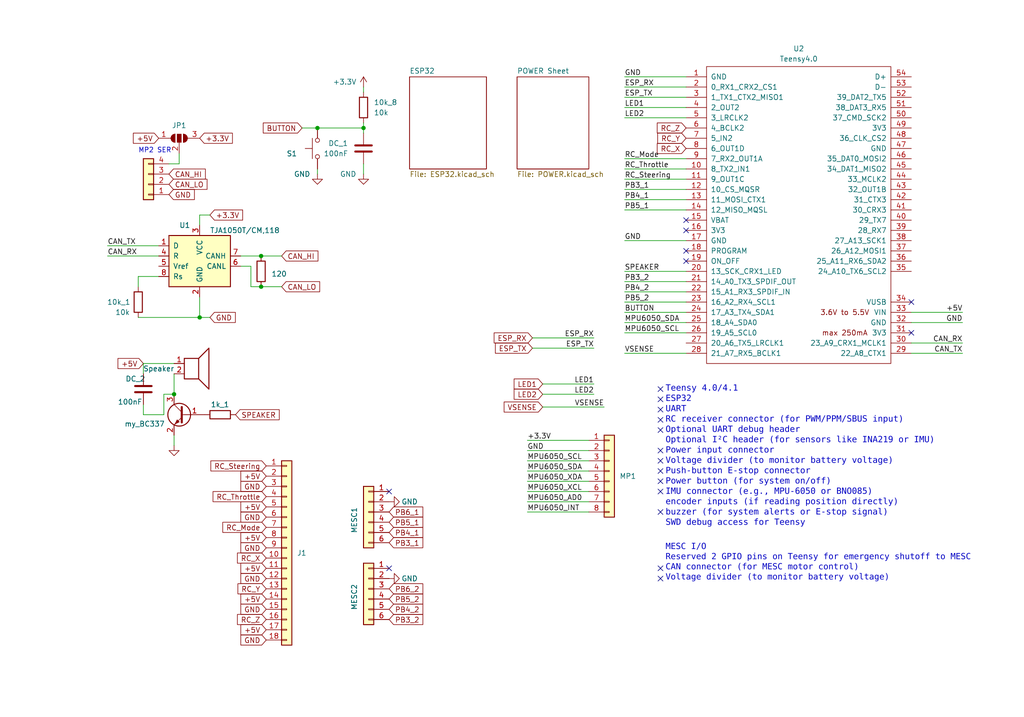
<source format=kicad_sch>
(kicad_sch (version 20231120) (generator "eeschema") (generator_version "8.0")
  (paper "User" 254 177.8)
  (lib_symbols
    (symbol "Connector_Generic:Conn_01x04" (pin_names (offset 1.016) hide)
      (property "Reference" "J" (at 0 5.08 0))
      (property "Value" "Conn_01x04" (at 0 -7.62 0))
      (symbol "Conn_01x04_1_1"
        (rectangle (start -1.27 -4.953) (end 0 -5.207) (stroke (width 0.1524)))
        (rectangle (start -1.27 -2.413) (end 0 -2.667) (stroke (width 0.1524)))
        (rectangle (start -1.27 0.127) (end 0 -0.127) (stroke (width 0.1524)))
        (rectangle (start -1.27 2.667) (end 0 2.413) (stroke (width 0.1524)))
        (rectangle (start -1.27 3.81) (end 1.27 -6.35) (stroke (width 0.254)) (fill (type background)))
        (pin passive line (at -5.08 2.54 0) (length 3.81) (name "Pin_1") (number "1"))
        (pin passive line (at -5.08 0 0) (length 3.81) (name "Pin_2") (number "2"))
        (pin passive line (at -5.08 -2.54 0) (length 3.81) (name "Pin_3") (number "3"))
        (pin passive line (at -5.08 -5.08 0) (length 3.81) (name "Pin_4") (number "4"))
      )
    )
    (symbol "Connector_Generic:Conn_01x06" (pin_names (offset 1.016) hide)
      (property "Reference" "J" (at 0 7.62 0))
      (property "Value" "Conn_01x06" (at 0 -10.16 0))
      (symbol "Conn_01x06_1_1"
        (rectangle (start -1.27 -7.493) (end 0 -7.747) (stroke (width 0.1524)))
        (rectangle (start -1.27 -4.953) (end 0 -5.207) (stroke (width 0.1524)))
        (rectangle (start -1.27 -2.413) (end 0 -2.667) (stroke (width 0.1524)))
        (rectangle (start -1.27 0.127) (end 0 -0.127) (stroke (width 0.1524)))
        (rectangle (start -1.27 2.667) (end 0 2.413) (stroke (width 0.1524)))
        (rectangle (start -1.27 5.207) (end 0 4.953) (stroke (width 0.1524)))
        (rectangle (start -1.27 6.35) (end 1.27 -8.89) (stroke (width 0.254)) (fill (type background)))
        (pin passive line (at -5.08 5.08 0) (length 3.81) (name "Pin_1") (number "1"))
        (pin passive line (at -5.08 2.54 0) (length 3.81) (name "Pin_2") (number "2"))
        (pin passive line (at -5.08 0 0) (length 3.81) (name "Pin_3") (number "3"))
        (pin passive line (at -5.08 -2.54 0) (length 3.81) (name "Pin_4") (number "4"))
        (pin passive line (at -5.08 -5.08 0) (length 3.81) (name "Pin_5") (number "5"))
        (pin passive line (at -5.08 -7.62 0) (length 3.81) (name "Pin_6") (number "6"))
      )
    )
    (symbol "Connector_Generic:Conn_01x08" (pin_names (offset 1.016) hide)
      (property "Reference" "J" (at 0 10.16 0))
      (property "Value" "Conn_01x08" (at 0 -12.7 0))
      (symbol "Conn_01x08_1_1"
        (rectangle (start -1.27 -10.033) (end 0 -10.287) (stroke (width 0.1524)))
        (rectangle (start -1.27 -7.493) (end 0 -7.747) (stroke (width 0.1524)))
        (rectangle (start -1.27 -4.953) (end 0 -5.207) (stroke (width 0.1524)))
        (rectangle (start -1.27 -2.413) (end 0 -2.667) (stroke (width 0.1524)))
        (rectangle (start -1.27 0.127) (end 0 -0.127) (stroke (width 0.1524)))
        (rectangle (start -1.27 2.667) (end 0 2.413) (stroke (width 0.1524)))
        (rectangle (start -1.27 5.207) (end 0 4.953) (stroke (width 0.1524)))
        (rectangle (start -1.27 7.747) (end 0 7.493) (stroke (width 0.1524)))
        (rectangle (start -1.27 8.89) (end 1.27 -11.43) (stroke (width 0.254)) (fill (type background)))
        (pin passive line (at -5.08 7.62 0) (length 3.81) (name "Pin_1") (number "1"))
        (pin passive line (at -5.08 5.08 0) (length 3.81) (name "Pin_2") (number "2"))
        (pin passive line (at -5.08 2.54 0) (length 3.81) (name "Pin_3") (number "3"))
        (pin passive line (at -5.08 0 0) (length 3.81) (name "Pin_4") (number "4"))
        (pin passive line (at -5.08 -2.54 0) (length 3.81) (name "Pin_5") (number "5"))
        (pin passive line (at -5.08 -5.08 0) (length 3.81) (name "Pin_6") (number "6"))
        (pin passive line (at -5.08 -7.62 0) (length 3.81) (name "Pin_7") (number "7"))
        (pin passive line (at -5.08 -10.16 0) (length 3.81) (name "Pin_8") (number "8"))
      )
    )
    (symbol "Connector_Generic:Conn_01x18" (pin_names (offset 1.016) hide)
      (property "Reference" "J" (at 0 22.86 0))
      (property "Value" "Conn_01x18" (at 0 -25.4 0))
      (symbol "Conn_01x18_1_1"
        (rectangle (start -1.27 -22.733) (end 0 -22.987) (stroke (width 0.1524)))
        (rectangle (start -1.27 -20.193) (end 0 -20.447) (stroke (width 0.1524)))
        (rectangle (start -1.27 -17.653) (end 0 -17.907) (stroke (width 0.1524)))
        (rectangle (start -1.27 -15.113) (end 0 -15.367) (stroke (width 0.1524)))
        (rectangle (start -1.27 -12.573) (end 0 -12.827) (stroke (width 0.1524)))
        (rectangle (start -1.27 -10.033) (end 0 -10.287) (stroke (width 0.1524)))
        (rectangle (start -1.27 -7.493) (end 0 -7.747) (stroke (width 0.1524)))
        (rectangle (start -1.27 -4.953) (end 0 -5.207) (stroke (width 0.1524)))
        (rectangle (start -1.27 -2.413) (end 0 -2.667) (stroke (width 0.1524)))
        (rectangle (start -1.27 0.127) (end 0 -0.127) (stroke (width 0.1524)))
        (rectangle (start -1.27 2.667) (end 0 2.413) (stroke (width 0.1524)))
        (rectangle (start -1.27 5.207) (end 0 4.953) (stroke (width 0.1524)))
        (rectangle (start -1.27 7.747) (end 0 7.493) (stroke (width 0.1524)))
        (rectangle (start -1.27 10.287) (end 0 10.033) (stroke (width 0.1524)))
        (rectangle (start -1.27 12.827) (end 0 12.573) (stroke (width 0.1524)))
        (rectangle (start -1.27 15.367) (end 0 15.113) (stroke (width 0.1524)))
        (rectangle (start -1.27 17.907) (end 0 17.653) (stroke (width 0.1524)))
        (rectangle (start -1.27 20.447) (end 0 20.193) (stroke (width 0.1524)))
        (rectangle (start -1.27 21.59) (end 1.27 -24.13) (stroke (width 0.254)) (fill (type background)))
        (pin passive line (at -5.08 20.32 0) (length 3.81) (name "Pin_1") (number "1"))
        (pin passive line (at -5.08 -2.54 0) (length 3.81) (name "Pin_10") (number "10"))
        (pin passive line (at -5.08 -5.08 0) (length 3.81) (name "Pin_11") (number "11"))
        (pin passive line (at -5.08 -7.62 0) (length 3.81) (name "Pin_12") (number "12"))
        (pin passive line (at -5.08 -10.16 0) (length 3.81) (name "Pin_13") (number "13"))
        (pin passive line (at -5.08 -12.7 0) (length 3.81) (name "Pin_14") (number "14"))
        (pin passive line (at -5.08 -15.24 0) (length 3.81) (name "Pin_15") (number "15"))
        (pin passive line (at -5.08 -17.78 0) (length 3.81) (name "Pin_16") (number "16"))
        (pin passive line (at -5.08 -20.32 0) (length 3.81) (name "Pin_17") (number "17"))
        (pin passive line (at -5.08 -22.86 0) (length 3.81) (name "Pin_18") (number "18"))
        (pin passive line (at -5.08 17.78 0) (length 3.81) (name "Pin_2") (number "2"))
        (pin passive line (at -5.08 15.24 0) (length 3.81) (name "Pin_3") (number "3"))
        (pin passive line (at -5.08 12.7 0) (length 3.81) (name "Pin_4") (number "4"))
        (pin passive line (at -5.08 10.16 0) (length 3.81) (name "Pin_5") (number "5"))
        (pin passive line (at -5.08 7.62 0) (length 3.81) (name "Pin_6") (number "6"))
        (pin passive line (at -5.08 5.08 0) (length 3.81) (name "Pin_7") (number "7"))
        (pin passive line (at -5.08 2.54 0) (length 3.81) (name "Pin_8") (number "8"))
        (pin passive line (at -5.08 0 0) (length 3.81) (name "Pin_9") (number "9"))
      )
    )
    (symbol "Device:C" (pin_numbers hide) (pin_names (offset 0.254))
      (property "Reference" "C" (at 0.635 2.54 0))
      (property "Value" "C" (at 0.635 -2.54 0))
      (symbol "C_0_1"
        (polyline (pts (xy -2.032 -0.762) (xy 2.032 -0.762)) (stroke (width 0.508)))
        (polyline (pts (xy -2.032 0.762) (xy 2.032 0.762)) (stroke (width 0.508)))
      )
      (symbol "C_1_1"
        (pin passive line (at 0 3.81 270) (length 2.794) (name "~") (number "1"))
        (pin passive line (at 0 -3.81 90) (length 2.794) (name "~") (number "2"))
      )
    )
    (symbol "Device:R" (pin_numbers hide) (pin_names (offset 0))
      (property "Reference" "R" (at 2.032 0 90))
      (property "Value" "R" (at 0 0 90))
      (symbol "R_0_1"
        (rectangle (start -1.016 -2.54) (end 1.016 2.54) (stroke (width 0.254)))
      )
      (symbol "R_1_1"
        (pin passive line (at 0 3.81 270) (length 1.27) (name "~") (number "1"))
        (pin passive line (at 0 -3.81 90) (length 1.27) (name "~") (number "2"))
      )
    )
    (symbol "Device:Speaker" (pin_names (offset 0) hide)
      (property "Reference" "LS" (at 1.27 5.715 0))
      (property "Value" "Speaker" (at 1.27 3.81 0))
      (symbol "Speaker_0_0"
        (rectangle (start -2.54 1.27) (end 1.016 -3.81) (stroke (width 0.254)))
        (polyline (pts (xy 1.016 1.27) (xy 3.556 3.81) (xy 3.556 -6.35) (xy 1.016 -3.81)) (stroke (width 0.254)))
      )
      (symbol "Speaker_1_1"
        (pin input line (at -5.08 0 0) (length 2.54) (name "1") (number "1"))
        (pin input line (at -5.08 -2.54 0) (length 2.54) (name "2") (number "2"))
      )
    )
    (symbol "Interface_CAN_LIN:SN65HVD230" (pin_names (offset 1.016))
      (property "Reference" "U" (at -2.54 10.16 0))
      (property "Value" "SN65HVD230" (at -2.54 7.62 0))
      (symbol "SN65HVD230_0_1"
        (rectangle (start -7.62 5.08) (end 7.62 -7.62) (stroke (width 0.254)) (fill (type background)))
      )
      (symbol "SN65HVD230_1_1"
        (pin input line (at -10.16 2.54 0) (length 2.54) (name "D") (number "1"))
        (pin power_in line (at 0 -10.16 90) (length 2.54) (name "GND") (number "2"))
        (pin power_in line (at 0 7.62 270) (length 2.54) (name "VCC") (number "3"))
        (pin output line (at -10.16 0 0) (length 2.54) (name "R") (number "4"))
        (pin output line (at -10.16 -2.54 0) (length 2.54) (name "Vref") (number "5"))
        (pin bidirectional line (at 10.16 -2.54 180) (length 2.54) (name "CANL") (number "6"))
        (pin bidirectional line (at 10.16 0 180) (length 2.54) (name "CANH") (number "7"))
        (pin input line (at -10.16 -5.08 0) (length 2.54) (name "Rs") (number "8"))
      )
    )
    (symbol "Jumper:SolderJumper_3_Open" (pin_names (offset 0) hide)
      (property "Reference" "JP" (at -2.54 -2.54 0))
      (property "Value" "SolderJumper_3_Open" (at 0 2.794 0))
      (symbol "SolderJumper_3_Open_0_1"
        (arc (start -1.016 1.016) (mid -2.0276 0) (end -1.016 -1.016))
        (arc (start -1.016 1.016) (mid -2.0276 0) (end -1.016 -1.016) (fill (type outline)))
        (rectangle (start -0.508 1.016) (end 0.508 -1.016) (fill (type outline)))
        (polyline (pts (xy -2.54 0) (xy -2.032 0)))
        (polyline (pts (xy -1.016 1.016) (xy -1.016 -1.016)))
        (polyline (pts (xy 0 -1.27) (xy 0 -1.016)))
        (polyline (pts (xy 1.016 1.016) (xy 1.016 -1.016)))
        (polyline (pts (xy 2.54 0) (xy 2.032 0)))
        (arc (start 1.016 -1.016) (mid 2.0276 0) (end 1.016 1.016))
        (arc (start 1.016 -1.016) (mid 2.0276 0) (end 1.016 1.016) (fill (type outline)))
      )
      (symbol "SolderJumper_3_Open_1_1"
        (pin passive line (at -5.08 0 0) (length 2.54) (name "A") (number "1"))
        (pin passive line (at 0 -3.81 90) (length 2.54) (name "C") (number "2"))
        (pin passive line (at 5.08 0 180) (length 2.54) (name "B") (number "3"))
      )
    )
    (symbol "SW_Push_11" (pin_numbers hide) (pin_names (offset 1.016) hide)
      (property "Reference" "SW" (at 1.27 2.54 0))
      (property "Value" "SW_Push_11" (at 0 -1.524 0))
      (symbol "SW_Push_11_0_1"
        (circle (center -2.032 0) (radius 0.508))
        (polyline (pts (xy 0 1.27) (xy 0 3.048)))
        (polyline (pts (xy 2.54 1.27) (xy -2.54 1.27)))
        (circle (center 2.032 0) (radius 0.508))
        (pin passive line (at -5.08 0 0) (length 2.54) (name "1") (number "1"))
        (pin passive line (at 5.08 0 180) (length 2.54) (name "2") (number "2"))
      )
    )
    (symbol "Transistor_BJT:my_BC337" (pin_names (offset 0) hide)
      (property "Value" "my_BC337" (at 5.08 0.0001 0))
      (symbol "my_BC337_0_1"
        (polyline (pts (xy 0 0) (xy 0.635 0)))
        (polyline (pts (xy 0.635 0.635) (xy 2.54 2.54)))
        (polyline (pts (xy 0.635 -0.635) (xy 2.54 -2.54) (xy 2.54 -2.54)))
        (polyline (pts (xy 0.635 1.905) (xy 0.635 -1.905) (xy 0.635 -1.905)) (stroke (width 0.508)))
        (polyline (pts (xy 1.27 -1.778) (xy 1.778 -1.27) (xy 2.286 -2.286) (xy 1.27 -1.778) (xy 1.27 -1.778)) (fill (type outline)))
        (circle (center 1.27 0) (radius 2.8194) (stroke (width 0.254)))
      )
      (symbol "my_BC337_1_1"
        (pin input line (at -5.08 0 0) (length 5.08) (name "B") (number "1"))
        (pin passive line (at 2.54 -5.08 90) (length 2.54) (name "E") (number "2"))
        (pin passive line (at 2.54 5.08 270) (length 2.54) (name "C") (number "3"))
      )
    )
    (symbol "power:+3.3V" (power) (pin_names (offset 0))
      (property "Value" "+3.3V" (at 0 3.556 0))
      (symbol "+3.3V_0_1"
        (polyline (pts (xy -0.762 1.27) (xy 0 2.54)))
        (polyline (pts (xy 0 0) (xy 0 2.54)))
        (polyline (pts (xy 0 2.54) (xy 0.762 1.27)))
      )
      (symbol "+3.3V_1_1"
        (pin power_in line (at 0 0 90) (length 0) hide (name "+3.3V") (number "1"))
      )
    )
    (symbol "power:GND" (power) (pin_names (offset 0))
      (property "Value" "GND" (at 0 -3.81 0))
      (symbol "GND_0_1"
        (polyline (pts (xy 0 0) (xy 0 -1.27) (xy 1.27 -1.27) (xy 0 -2.54) (xy -1.27 -1.27) (xy 0 -1.27)))
      )
      (symbol "GND_1_1"
        (pin power_in line (at 0 0 270) (length 0) hide (name "GND") (number "1"))
      )
    )
    (symbol "teensy:Teensy4.0" (pin_names (offset 1.016))
      (property "Reference" "U" (at 0 39.37 0))
      (property "Value" "Teensy4.0" (at 0 -39.37 0))
      (symbol "Teensy4.0_0_0"
        (text "3.6V to 5.5V" (at 11.43 -24.13 0) (effects (font (size 1.27 1.27))))
        (text "max 250mA" (at 11.43 -29.21 0) (effects (font (size 1.27 1.27))))
        (pin bidirectional line (at -27.94 11.43 0) (length 5.08) (name "8_TX2_IN1") (number "10"))
        (pin bidirectional line (at -27.94 8.89 0) (length 5.08) (name "9_OUT1C") (number "11"))
        (pin bidirectional line (at -27.94 6.35 0) (length 5.08) (name "10_CS_MQSR") (number "12"))
        (pin bidirectional line (at -27.94 3.81 0) (length 5.08) (name "11_MOSI_CTX1") (number "13"))
        (pin bidirectional line (at -27.94 1.27 0) (length 5.08) (name "12_MISO_MQSL") (number "14"))
        (pin power_in line (at -27.94 -1.27 0) (length 5.08) (name "VBAT") (number "15"))
        (pin power_in line (at -27.94 -3.81 0) (length 5.08) (name "3V3") (number "16"))
        (pin power_in line (at -27.94 -6.35 0) (length 5.08) (name "GND") (number "17"))
        (pin input line (at -27.94 -8.89 0) (length 5.08) (name "PROGRAM") (number "18"))
        (pin input line (at -27.94 -11.43 0) (length 5.08) (name "ON_OFF") (number "19"))
        (pin bidirectional line (at -27.94 -13.97 0) (length 5.08) (name "13_SCK_CRX1_LED") (number "20"))
        (pin bidirectional line (at -27.94 -16.51 0) (length 5.08) (name "14_A0_TX3_SPDIF_OUT") (number "21"))
        (pin bidirectional line (at -27.94 -19.05 0) (length 5.08) (name "15_A1_RX3_SPDIF_IN") (number "22"))
        (pin bidirectional line (at -27.94 -21.59 0) (length 5.08) (name "16_A2_RX4_SCL1") (number "23"))
        (pin bidirectional line (at -27.94 -24.13 0) (length 5.08) (name "17_A3_TX4_SDA1") (number "24"))
        (pin bidirectional line (at -27.94 -26.67 0) (length 5.08) (name "18_A4_SDA0") (number "25"))
        (pin bidirectional line (at -27.94 -29.21 0) (length 5.08) (name "19_A5_SCL0") (number "26"))
        (pin bidirectional line (at -27.94 -31.75 0) (length 5.08) (name "20_A6_TX5_LRCLK1") (number "27"))
        (pin bidirectional line (at -27.94 -34.29 0) (length 5.08) (name "21_A7_RX5_BCLK1") (number "28"))
        (pin bidirectional line (at 27.94 -34.29 180) (length 5.08) (name "22_A8_CTX1") (number "29"))
        (pin bidirectional line (at 27.94 -31.75 180) (length 5.08) (name "23_A9_CRX1_MCLK1") (number "30"))
        (pin power_out line (at 27.94 -29.21 180) (length 5.08) (name "3V3") (number "31"))
        (pin power_in line (at 27.94 -26.67 180) (length 5.08) (name "GND") (number "32"))
        (pin power_in line (at 27.94 -24.13 180) (length 5.08) (name "VIN") (number "33"))
        (pin power_out line (at 27.94 -21.59 180) (length 5.08) (name "VUSB") (number "34"))
        (pin bidirectional line (at 27.94 -13.97 180) (length 5.08) (name "24_A10_TX6_SCL2") (number "35"))
        (pin bidirectional line (at 27.94 -11.43 180) (length 5.08) (name "25_A11_RX6_SDA2") (number "36"))
        (pin bidirectional line (at 27.94 -8.89 180) (length 5.08) (name "26_A12_MOSI1") (number "37"))
        (pin bidirectional line (at 27.94 -6.35 180) (length 5.08) (name "27_A13_SCK1") (number "38"))
        (pin bidirectional line (at 27.94 -3.81 180) (length 5.08) (name "28_RX7") (number "39"))
        (pin bidirectional line (at 27.94 -1.27 180) (length 5.08) (name "29_TX7") (number "40"))
        (pin bidirectional line (at 27.94 1.27 180) (length 5.08) (name "30_CRX3") (number "41"))
        (pin bidirectional line (at 27.94 3.81 180) (length 5.08) (name "31_CTX3") (number "42"))
        (pin bidirectional line (at 27.94 6.35 180) (length 5.08) (name "32_OUT1B") (number "43"))
        (pin bidirectional line (at 27.94 8.89 180) (length 5.08) (name "33_MCLK2") (number "44"))
        (pin bidirectional line (at 27.94 11.43 180) (length 5.08) (name "34_DAT1_MISO2") (number "45"))
        (pin bidirectional line (at 27.94 13.97 180) (length 5.08) (name "35_DAT0_MOSI2") (number "46"))
        (pin power_out line (at 27.94 16.51 180) (length 5.08) (name "GND") (number "47"))
        (pin bidirectional line (at 27.94 19.05 180) (length 5.08) (name "36_CLK_CS2") (number "48"))
        (pin power_out line (at 27.94 21.59 180) (length 5.08) (name "3V3") (number "49"))
        (pin bidirectional line (at -27.94 24.13 0) (length 5.08) (name "3_LRCLK2") (number "5"))
        (pin bidirectional line (at 27.94 24.13 180) (length 5.08) (name "37_CMD_SCK2") (number "50"))
        (pin bidirectional line (at 27.94 26.67 180) (length 5.08) (name "38_DAT3_RX5") (number "51"))
        (pin bidirectional line (at 27.94 29.21 180) (length 5.08) (name "39_DAT2_TX5") (number "52"))
        (pin bidirectional line (at 27.94 31.75 180) (length 5.08) (name "D-") (number "53"))
        (pin bidirectional line (at 27.94 34.29 180) (length 5.08) (name "D+") (number "54"))
        (pin bidirectional line (at -27.94 21.59 0) (length 5.08) (name "4_BCLK2") (number "6"))
        (pin bidirectional line (at -27.94 19.05 0) (length 5.08) (name "5_IN2") (number "7"))
        (pin bidirectional line (at -27.94 16.51 0) (length 5.08) (name "6_OUT1D") (number "8"))
        (pin bidirectional line (at -27.94 13.97 0) (length 5.08) (name "7_RX2_OUT1A") (number "9"))
      )
      (symbol "Teensy4.0_0_1"
        (rectangle (start -22.86 36.83) (end 22.86 -36.83))
        (rectangle (start -20.32 -31.75) (end -20.32 -31.75))
      )
      (symbol "Teensy4.0_1_1"
        (pin power_in line (at -27.94 34.29 0) (length 5.08) (name "GND") (number "1"))
        (pin bidirectional line (at -27.94 31.75 0) (length 5.08) (name "0_RX1_CRX2_CS1") (number "2"))
        (pin bidirectional line (at -27.94 29.21 0) (length 5.08) (name "1_TX1_CTX2_MISO1") (number "3"))
        (pin bidirectional line (at -27.94 26.67 0) (length 5.08) (name "2_OUT2") (number "4"))
      )
    )
    (symbol "two_motor_driver-rescue:GND-power" (power) (pin_names (offset 0))
      (property "Value" "power_GND" (at 0 -3.81 0))
      (symbol "GND-power_0_1"
        (polyline (pts (xy 0 0) (xy 0 -1.27) (xy 1.27 -1.27) (xy 0 -2.54) (xy -1.27 -1.27) (xy 0 -1.27)))
      )
      (symbol "GND-power_1_1"
        (pin power_in line (at 0 0 270) (length 0) hide (name "GND") (number "1"))
      )
    )
  )
  (junction (at 90.17 31.75))
  (junction (at 43.18 97.79))
  (junction (at 49.53 78.74))
  (junction (at 64.77 63.5))
  (junction (at 78.74 31.75))
  (junction (at 64.77 71.12))
  (no_connect (at 163.83 127))
  (no_connect (at 163.83 99.06))
  (no_connect (at 163.83 101.6))
  (no_connect (at 96.52 140.97))
  (no_connect (at 163.83 106.68))
  (no_connect (at 170.18 64.77))
  (no_connect (at 163.83 104.14))
  (no_connect (at 96.52 121.92))
  (no_connect (at 163.83 96.52))
  (no_connect (at 163.83 116.84))
  (no_connect (at 170.18 62.23))
  (no_connect (at 163.83 119.38))
  (no_connect (at 226.06 82.55))
  (no_connect (at 170.18 57.15))
  (no_connect (at 163.83 114.3))
  (no_connect (at 170.18 54.61))
  (no_connect (at 163.83 121.92))
  (no_connect (at 226.06 74.93))
  (no_connect (at 163.83 111.76))
  (no_connect (at 163.83 143.51))
  (no_connect (at 163.83 140.97))
  (wire (pts (xy 154.94 82.55) (xy 170.18 82.55)))
  (wire (pts (xy 130.81 127) (xy 146.05 127)))
  (wire (pts (xy 90.17 30.48) (xy 90.17 31.75)))
  (wire (pts (xy 62.23 71.12) (xy 64.77 71.12)))
  (wire (pts (xy 154.94 59.69) (xy 170.18 59.69)))
  (wire (pts (xy 130.81 119.38) (xy 146.05 119.38)))
  (wire (pts (xy 74.93 31.75) (xy 78.74 31.75)))
  (wire (pts (xy 90.17 21.59) (xy 90.17 22.86)))
  (wire (pts (xy 34.29 68.58) (xy 39.37 68.58)))
  (wire (pts (xy 154.94 44.45) (xy 170.18 44.45)))
  (wire (pts (xy 238.76 87.63) (xy 226.06 87.63)))
  (wire (pts (xy 238.76 85.09) (xy 226.06 85.09)))
  (wire (pts (xy 52.07 78.74) (xy 49.53 78.74)))
  (wire (pts (xy 34.29 68.58) (xy 34.29 71.12)))
  (wire (pts (xy 238.76 77.47) (xy 226.06 77.47)))
  (wire (pts (xy 44.45 40.64) (xy 44.45 38.1)))
  (wire (pts (xy 147.32 86.36) (xy 132.08 86.36)))
  (wire (pts (xy 130.81 109.22) (xy 146.05 109.22)))
  (wire (pts (xy 130.81 111.76) (xy 146.05 111.76)))
  (wire (pts (xy 154.94 74.93) (xy 170.18 74.93)))
  (wire (pts (xy 130.81 114.3) (xy 146.05 114.3)))
  (wire (pts (xy 154.94 24.13) (xy 170.18 24.13)))
  (wire (pts (xy 154.94 39.37) (xy 170.18 39.37)))
  (wire (pts (xy 26.67 60.96) (xy 39.37 60.96)))
  (wire (pts (xy 40.64 97.79) (xy 43.18 97.79)))
  (wire (pts (xy 154.94 29.21) (xy 170.18 29.21)))
  (wire (pts (xy 154.94 72.39) (xy 170.18 72.39)))
  (wire (pts (xy 154.94 87.63) (xy 170.18 87.63)))
  (wire (pts (xy 154.94 46.99) (xy 170.18 46.99)))
  (wire (pts (xy 154.94 77.47) (xy 170.18 77.47)))
  (wire (pts (xy 35.56 90.17) (xy 35.56 92.71)))
  (wire (pts (xy 78.74 43.18) (xy 78.74 41.91)))
  (wire (pts (xy 59.69 63.5) (xy 64.77 63.5)))
  (wire (pts (xy 41.91 40.64) (xy 44.45 40.64)))
  (wire (pts (xy 43.18 107.95) (xy 43.18 110.49)))
  (wire (pts (xy 134.62 95.25) (xy 147.32 95.25)))
  (wire (pts (xy 64.77 63.5) (xy 69.85 63.5)))
  (wire (pts (xy 147.32 83.82) (xy 132.08 83.82)))
  (wire (pts (xy 62.23 66.04) (xy 62.23 71.12)))
  (wire (pts (xy 154.94 41.91) (xy 170.18 41.91)))
  (wire (pts (xy 78.74 31.75) (xy 90.17 31.75)))
  (wire (pts (xy 154.94 80.01) (xy 170.18 80.01)))
  (wire (pts (xy 130.81 124.46) (xy 146.05 124.46)))
  (wire (pts (xy 59.69 66.04) (xy 62.23 66.04)))
  (wire (pts (xy 64.77 71.12) (xy 69.85 71.12)))
  (wire (pts (xy 130.81 116.84) (xy 146.05 116.84)))
  (wire (pts (xy 35.56 90.17) (xy 43.18 90.17)))
  (wire (pts (xy 154.94 67.31) (xy 170.18 67.31)))
  (wire (pts (xy 90.17 43.18) (xy 90.17 40.64)))
  (wire (pts (xy 40.64 102.87) (xy 40.64 97.79)))
  (wire (pts (xy 154.94 19.05) (xy 170.18 19.05)))
  (wire (pts (xy 154.94 49.53) (xy 170.18 49.53)))
  (wire (pts (xy 154.94 26.67) (xy 170.18 26.67)))
  (wire (pts (xy 130.81 121.92) (xy 146.05 121.92)))
  (wire (pts (xy 154.94 52.07) (xy 170.18 52.07)))
  (wire (pts (xy 26.67 63.5) (xy 39.37 63.5)))
  (wire (pts (xy 49.53 53.34) (xy 49.53 55.88)))
  (wire (pts (xy 49.53 73.66) (xy 49.53 78.74)))
  (wire (pts (xy 154.94 69.85) (xy 170.18 69.85)))
  (wire (pts (xy 134.62 97.79) (xy 147.32 97.79)))
  (wire (pts (xy 90.17 31.75) (xy 90.17 33.02)))
  (wire (pts (xy 154.94 21.59) (xy 170.18 21.59)))
  (wire (pts (xy 35.56 100.33) (xy 35.56 102.87)))
  (wire (pts (xy 34.29 78.74) (xy 49.53 78.74)))
  (wire (pts (xy 35.56 102.87) (xy 40.64 102.87)))
  (wire (pts (xy 149.86 100.965) (xy 134.62 100.965)))
  (wire (pts (xy 43.18 92.71) (xy 43.18 97.79)))
  (wire (pts (xy 52.07 53.34) (xy 49.53 53.34)))
  (wire (pts (xy 238.76 80.01) (xy 226.06 80.01)))
  (text "Teensy 4.0/4.1\nESP32\nUART\nRC receiver connector (for PWM/PPM/SBUS input)\nOptional UART debug header\nOptional I²C header (for sensors like INA219 or IMU)\nPower input connector\nVoltage divider (to monitor battery voltage)\nPush-button E-stop connector\nPower button (for system on/off)\nIMU connector (e.g., MPU-6050 or BNO085)\nencoder inputs (if reading position directly)\nbuzzer (for system alerts or E-stop signal)\nSWD debug access for Teensy\n" (at 165.1 113.538 0) (effects (font (size 1.524 1.524)) (justify left)))
  (text "MP2 SER" (at 34.29 38.1 0) (effects (font (size 1.2 1.2)) (justify left bottom)))
  (text "MESC I/O\nReserved 2 GPIO pins on Teensy for emergency shutoff to MESC\nCAN connector (for MESC motor control)\nVoltage divider (to monitor battery voltage)\n\n" (at 165.1 141.224 0) (effects (font (size 1.4986 1.4986)) (justify left)))
  (label "LED2" (at 147.32 97.79 180))
  (label "ESP_RX" (at 154.94 21.59 0))
  (label "CAN_RX" (at 238.76 85.09 180))
  (label "GND" (at 238.76 80.01 180))
  (label "VSENSE" (at 154.94 87.63 0))
  (label "MPU6050_XCL" (at 130.81 121.92 0))
  (label "ESP_RX" (at 147.32 83.82 180))
  (label "PB4_2" (at 154.94 72.39 0))
  (label "PB5_1" (at 154.94 52.07 0))
  (label "MPU6050_SCL" (at 130.81 114.3 0))
  (label "CAN_TX" (at 238.76 87.63 180))
  (label "MPU6050_AD0" (at 130.81 124.46 0))
  (label "PB3_2" (at 154.94 69.85 0))
  (label "GND" (at 154.94 19.05 0))
  (label "PB3_1" (at 154.94 46.99 0))
  (label "RC_Steering" (at 154.94 44.45 0))
  (label "GND" (at 154.94 59.69 0))
  (label "SPEAKER" (at 154.94 67.31 0))
  (label "ESP_TX" (at 154.94 24.13 0))
  (label "MPU6050_SCL" (at 154.94 82.55 0))
  (label "MPU6050_INT" (at 130.81 127 0))
  (label "MPU6050_SDA" (at 130.81 116.84 0))
  (label "CAN_RX" (at 26.67 63.5 0))
  (label "GND" (at 130.81 111.76 0))
  (label "LED2" (at 154.94 29.21 0))
  (label "VSENSE" (at 149.86 100.965 180))
  (label "+5V" (at 238.76 77.47 180))
  (label "RC_Mode" (at 154.94 39.37 0))
  (label "BUTTON" (at 154.94 77.47 0))
  (label "RC_Throttle" (at 154.94 41.91 0))
  (label "PB4_1" (at 154.94 49.53 0))
  (label "LED1" (at 147.32 95.25 180))
  (label "MPU6050_SDA" (at 154.94 80.01 0))
  (label "CAN_TX" (at 26.67 60.96 0))
  (label "LED1" (at 154.94 26.67 0))
  (label "PB5_2" (at 154.94 74.93 0))
  (label "+3.3V" (at 130.81 109.22 0))
  (label "ESP_TX" (at 147.32 86.36 180))
  (label "MPU6050_XDA" (at 130.81 119.38 0))
  (global_label "+5V" (shape input) (at 35.56 90.17 180) (property "Intersheetrefs" "${INTERSHEET_REFS}" (effects (hide yes))))
  (global_label "+5V" (shape input) (at 66.04 118.11 180) (property "Intersheetrefs" "${INTERSHEET_REFS}" (effects (hide yes))))
  (global_label "+3.3V" (shape input) (at 49.53 34.29 0) (property "Intersheetrefs" "${INTERSHEET_REFS}" (effects (hide yes))))
  (global_label "+5V" (shape input) (at 66.04 140.97 180) (property "Intersheetrefs" "${INTERSHEET_REFS}" (effects (hide yes))))
  (global_label "PB4_2" (shape input) (at 96.52 151.13 0) (property "Intersheetrefs" "${INTERSHEET_REFS}" (effects (hide yes))))
  (global_label "LED2" (shape input) (at 134.62 97.79 180) (property "Intersheetrefs" "${INTERSHEET_REFS}" (effects (hide yes))))
  (global_label "PB3_1" (shape input) (at 96.52 134.62 0) (property "Intersheetrefs" "${INTERSHEET_REFS}" (effects (hide yes))))
  (global_label "+5V" (shape input) (at 66.04 148.59 180) (property "Intersheetrefs" "${INTERSHEET_REFS}" (effects (hide yes))))
  (global_label "+5V" (shape input) (at 39.37 34.29 180) (property "Intersheetrefs" "${INTERSHEET_REFS}" (effects (hide yes))))
  (global_label "GND" (shape input) (at 52.07 78.74 0) (property "Intersheetrefs" "${INTERSHEET_REFS}" (effects (hide yes))))
  (global_label "RC_X" (shape input) (at 66.04 138.43 180) (property "Intersheetrefs" "${INTERSHEET_REFS}" (effects (hide yes))))
  (global_label "GND" (shape input) (at 66.04 120.65 180) (property "Intersheetrefs" "${INTERSHEET_REFS}" (effects (hide yes))))
  (global_label "LED1" (shape input) (at 134.62 95.25 180) (property "Intersheetrefs" "${INTERSHEET_REFS}" (effects (hide yes))))
  (global_label "RC_Y" (shape input) (at 66.04 146.05 180) (property "Intersheetrefs" "${INTERSHEET_REFS}" (effects (hide yes))))
  (global_label "PB6_2" (shape input) (at 96.52 146.05 0) (property "Intersheetrefs" "${INTERSHEET_REFS}" (effects (hide yes))))
  (global_label "ESP_RX" (shape input) (at 132.08 83.82 180) (property "Intersheetrefs" "${INTERSHEET_REFS}" (effects (hide yes))))
  (global_label "GND" (shape input) (at 41.91 48.26 0) (property "Intersheetrefs" "${INTERSHEET_REFS}" (effects (hide yes))))
  (global_label "PB3_2" (shape input) (at 96.52 153.67 0) (property "Intersheetrefs" "${INTERSHEET_REFS}" (effects (hide yes))))
  (global_label "RC_Mode" (shape input) (at 66.04 130.81 180) (property "Intersheetrefs" "${INTERSHEET_REFS}" (effects (hide yes))))
  (global_label "RC_Steering" (shape input) (at 66.04 115.57 180) (property "Intersheetrefs" "${INTERSHEET_REFS}" (effects (hide yes))))
  (global_label "GND" (shape input) (at 66.04 128.27 180) (property "Intersheetrefs" "${INTERSHEET_REFS}" (effects (hide yes))))
  (global_label "PB6_1" (shape input) (at 96.52 127 0) (property "Intersheetrefs" "${INTERSHEET_REFS}" (effects (hide yes))))
  (global_label "ESP_TX" (shape input) (at 132.08 86.36 180) (property "Intersheetrefs" "${INTERSHEET_REFS}" (effects (hide yes))))
  (global_label "CAN_LO" (shape input) (at 69.85 71.12 0) (property "Intersheetrefs" "${INTERSHEET_REFS}" (effects (hide yes))))
  (global_label "+5V" (shape input) (at 66.04 133.35 180) (property "Intersheetrefs" "${INTERSHEET_REFS}" (effects (hide yes))))
  (global_label "GND" (shape input) (at 66.04 158.75 180) (property "Intersheetrefs" "${INTERSHEET_REFS}" (effects (hide yes))))
  (global_label "CAN_HI" (shape input) (at 41.91 43.18 0) (property "Intersheetrefs" "${INTERSHEET_REFS}" (effects (hide yes))))
  (global_label "RC_Y" (shape input) (at 170.18 34.29 180) (property "Intersheetrefs" "${INTERSHEET_REFS}" (effects (hide yes))))
  (global_label "PB4_1" (shape input) (at 96.52 132.08 0) (property "Intersheetrefs" "${INTERSHEET_REFS}" (effects (hide yes))))
  (global_label "PB5_2" (shape input) (at 96.52 148.59 0) (property "Intersheetrefs" "${INTERSHEET_REFS}" (effects (hide yes))))
  (global_label "CAN_HI" (shape input) (at 69.85 63.5 0) (property "Intersheetrefs" "${INTERSHEET_REFS}" (effects (hide yes))))
  (global_label "RC_X" (shape input) (at 170.18 36.83 180) (property "Intersheetrefs" "${INTERSHEET_REFS}" (effects (hide yes))))
  (global_label "PB5_1" (shape input) (at 96.52 129.54 0) (property "Intersheetrefs" "${INTERSHEET_REFS}" (effects (hide yes))))
  (global_label "RC_Z" (shape input) (at 66.04 153.67 180) (property "Intersheetrefs" "${INTERSHEET_REFS}" (effects (hide yes))))
  (global_label "GND" (shape input) (at 66.04 151.13 180) (property "Intersheetrefs" "${INTERSHEET_REFS}" (effects (hide yes))))
  (global_label "GND" (shape input) (at 66.04 135.89 180) (property "Intersheetrefs" "${INTERSHEET_REFS}" (effects (hide yes))))
  (global_label "RC_Z" (shape input) (at 170.18 31.75 180) (property "Intersheetrefs" "${INTERSHEET_REFS}" (effects (hide yes))))
  (global_label "GND" (shape input) (at 66.04 143.51 180) (property "Intersheetrefs" "${INTERSHEET_REFS}" (effects (hide yes))))
  (global_label "+5V" (shape input) (at 66.04 125.73 180) (property "Intersheetrefs" "${INTERSHEET_REFS}" (effects (hide yes))))
  (global_label "+3.3V" (shape input) (at 52.07 53.34 0) (property "Intersheetrefs" "${INTERSHEET_REFS}" (effects (hide yes))))
  (global_label "VSENSE" (shape input) (at 134.62 100.965 180) (property "Intersheetrefs" "${INTERSHEET_REFS}" (effects (hide yes))))
  (global_label "CAN_LO" (shape input) (at 41.91 45.72 0) (property "Intersheetrefs" "${INTERSHEET_REFS}" (effects (hide yes))))
  (global_label "+5V" (shape input) (at 66.04 156.21 180) (property "Intersheetrefs" "${INTERSHEET_REFS}" (effects (hide yes))))
  (global_label "RC_Throttle" (shape input) (at 66.04 123.19 180) (property "Intersheetrefs" "${INTERSHEET_REFS}" (effects (hide yes))))
  (global_label "SPEAKER" (shape input) (at 58.42 102.87 0) (property "Intersheetrefs" "${INTERSHEET_REFS}" (effects (hide yes))))
  (global_label "BUTTON" (shape input) (at 74.93 31.75 180) (property "Intersheetrefs" "${INTERSHEET_REFS}" (effects (hide yes))))
  (symbol (lib_id "power:GND") (at 96.52 143.51 90) (mirror x) (unit 1)
    (property "Reference" "#PWR031" (effects (hide yes)))
    (property "Value" "GND" (at 101.6 143.51 90))
  )
  (symbol (lib_id "Jumper:SolderJumper_3_Open") (at 44.45 34.29 0) (unit 1) (in_bom no)
    (property "Reference" "JP1" (at 44.45 31.115 0))
    (property "Value" "SolderJumper_3_Open" (effects (hide yes)))
    (property "Footprint" "Jumper:SolderJumper-3_P1.3mm_Open_Pad1.0x1.5mm" (effects (hide yes)))
  )
  (symbol (lib_id "Device:R") (at 64.77 67.31 180) (unit 1)
    (property "Reference" "R_120" (effects (hide yes)))
    (property "Value" "120" (at 67.31 67.945 0) (effects (justify right)))
    (property "Footprint" "Resistor_SMD:R_0603_1608Metric" (effects (hide yes)))
    (property "LCSC" "C17437" (effects (hide yes)))
  )
  (symbol (lib_id "teensy:Teensy4.0") (at 198.12 53.34 0) (unit 1)
    (property "Reference" "U2" (at 198.12 12.065 0))
    (property "Value" "Teensy4.0" (at 198.12 14.605 0))
    (property "Footprint" "teensy:Teensy40" (effects (hide yes)))
  )
  (symbol (lib_id "Transistor_BJT:my_BC337") (at 45.72 102.87 0) (mirror y) (unit 1)
    (property "Reference" "Q1" (effects (hide yes)))
    (property "Value" "my_BC337" (at 40.894 105.156 0) (effects (justify left)))
    (property "Footprint" "Package_TO_SOT_SMD:SOT-23" (effects (hide yes)))
    (property "Datasheet" "https://diotec.com/tl_files/diotec/files/pdf/datasheets/bc337.pdf" (effects (hide yes)))
    (property "Description" "0.8A Ic, 45V Vce, NPN Transistor, TO-92" (effects (hide yes)))
  )
  (symbol (lib_id "power:GND") (at 78.74 43.18 0) (unit 1)
    (property "Reference" "#PWR012" (effects (hide yes)))
    (property "Value" "GND" (at 74.93 43.18 0))
  )
  (symbol (lib_id "Device:R") (at 34.29 74.93 0) (unit 1)
    (property "Reference" "10k_1" (at 32.385 74.93 0) (effects (justify right)))
    (property "Value" "10k" (at 28.575 77.47 0) (effects (justify left)))
    (property "Footprint" "Resistor_SMD:R_0603_1608Metric" (effects (hide yes)))
    (property "LCSC" "C25804" (effects (hide yes)))
  )
  (symbol (lib_id "power:+3.3V") (at 90.17 21.59 0) (unit 1)
    (property "Reference" "#PWR026" (effects (hide yes)))
    (property "Value" "+3.3V" (at 82.55 20.32 0) (effects (justify left)))
  )
  (symbol (lib_id "power:GND") (at 96.52 124.46 90) (mirror x) (unit 1)
    (property "Reference" "#PWR032" (effects (hide yes)))
    (property "Value" "GND" (at 101.6 124.46 90))
  )
  (symbol (lib_name "SW_Push_11") (lib_id "Switch:SW_Push") (at 78.74 36.83 90) (unit 1)
    (property "Reference" "S1" (at 72.39 38.1 90))
    (property "Value" "TL3342F160QG" (effects (hide yes)))
    (property "Footprint" "Button_Switch_SMD:SW_SPST_B3SL-1022P" (effects (hide yes)))
    (property "MANUFACTURER" "E SWITCH" (effects (hide yes)))
    (property "LCSC" "C318884" (effects (hide yes)))
  )
  (symbol (lib_id "Connector_Generic:Conn_01x06") (at 91.44 146.05 0) (mirror y) (unit 1) (in_bom no)
    (property "Reference" "MESC2" (at 87.884 148.082 90))
    (property "Value" "Conn_01x06" (effects (hide yes)))
    (property "Footprint" "Connector_JST:JST_PH_B6B-PH-K_1x06_P2.00mm_Vertical" (effects (hide yes)))
  )
  (symbol (lib_id "Connector_Generic:Conn_01x06") (at 91.44 127 0) (mirror y) (unit 1) (in_bom no)
    (property "Reference" "MESC1" (at 87.884 129.032 90))
    (property "Value" "Conn_01x06" (effects (hide yes)))
    (property "Footprint" "Connector_JST:JST_PH_B6B-PH-K_1x06_P2.00mm_Vertical" (effects (hide yes)))
  )
  (symbol (lib_id "Device:R") (at 90.17 26.67 180) (unit 1)
    (property "Reference" "10k_8" (at 92.71 25.3999 0) (effects (justify right)))
    (property "Value" "10k" (at 92.71 27.9399 0) (effects (justify right)))
    (property "Footprint" "Resistor_SMD:R_0603_1608Metric" (effects (hide yes)))
    (property "LCSC" "C25804" (effects (hide yes)))
  )
  (symbol (lib_id "Interface_CAN_LIN:SN65HVD230") (at 49.53 63.5 0) (unit 1)
    (property "Reference" "U1" (at 44.45 55.88 0) (effects (justify left)))
    (property "Value" "TJA1050T/CM,118" (at 52.07 57.15 0) (effects (justify left)))
    (property "Footprint" "Package_SO:SOIC-8_3.9x4.9mm_P1.27mm" (effects (hide yes)))
    (property "Datasheet" "https://jlcpcb.com/partdetail/NxpSemicon-TJA1050T_CM118/C6952#:~:text=Datasheet-,Download,-Source" (effects (hide yes)))
    (property "LCSC" "C6952" (effects (hide yes)))
  )
  (symbol (lib_id "Device:C") (at 90.17 36.83 0) (mirror x) (unit 1)
    (property "Reference" "DC_1" (at 86.36 35.5599 0) (effects (justify right)))
    (property "Value" "100nF" (at 86.36 38.0999 0) (effects (justify right)))
    (property "Footprint" "Capacitor_SMD:C_0603_1608Metric" (effects (hide yes)))
    (property "LCSC" "C14663" (effects (hide yes)))
  )
  (symbol (lib_id "Device:C") (at 35.56 96.52 0) (unit 1)
    (property "Reference" "DC_2" (at 31.115 93.98 0) (effects (justify left)))
    (property "Value" "100nF" (at 29.21 99.695 0) (effects (justify left)))
    (property "Footprint" "Capacitor_SMD:C_0603_1608Metric" (effects (hide yes)))
    (property "Datasheet" "https://www.mouser.com/ProductDetail/TDK/C2012X7R2A104K125AA?qs=NRhsANhppD9J0ZsT2%2Fo%2F7Q%3D%3D" (effects (hide yes)))
    (property "P/N" "810-C2012X7R2A104K" (effects (hide yes)))
    (property "Group#" "5" (effects (hide yes)))
  )
  (symbol (lib_id "Connector_Generic:Conn_01x18") (at 71.12 135.89 0) (unit 1)
    (property "Reference" "J1" (at 73.66 137.1599 0) (effects (justify left)))
    (property "Value" "Conn_01x18" (effects (hide yes)))
    (property "Footprint" "Connector_PinSocket_2.54mm:my_PinSocket_3x07_P2.54mm_Vertical" (effects (hide yes)))
    (property "Description" "Generic connector, single row, 01x18, script generated (kicad-library-utils/schlib/autogen/connector/)" (effects (hide yes)))
  )
  (symbol (lib_id "two_motor_driver-rescue:GND-power") (at 43.18 110.49 0) (mirror y) (unit 1)
    (property "Reference" "#PWR03" (effects (hide yes)))
    (property "Value" "GND" (effects (hide yes)))
  )
  (symbol (lib_id "Connector_Generic:Conn_01x08") (at 151.13 116.84 0) (unit 1)
    (property "Reference" "MP1" (at 153.67 118.1099 0) (effects (justify left)))
    (property "Value" "Conn_01x08" (effects (hide yes)))
    (property "Footprint" "Connector_PinSocket_2.54mm:PinSocket_1x08_P2.54mm_Vertical" (effects (hide yes)))
    (property "Description" "Generic connector, single row, 01x08, script generated (kicad-library-utils/schlib/autogen/connector/)" (effects (hide yes)))
  )
  (symbol (lib_id "Connector_Generic:Conn_01x04") (at 36.83 45.72 180) (unit 1) (in_bom no)
    (property "Reference" "CAN1" (effects (hide yes)))
    (property "Value" "Conn_01x04" (effects (hide yes)))
    (property "Footprint" "Connector_JST:JST_PH_B4B-PH-K_1x04_P2.00mm_Vertical" (effects (hide yes)))
  )
  (symbol (lib_id "Device:R") (at 54.61 102.87 90) (unit 1)
    (property "Reference" "1k_1" (at 56.896 100.33 90) (effects (justify left)))
    (property "Value" "10k" (effects (hide yes)))
    (property "Footprint" "Resistor_SMD:R_0603_1608Metric" (effects (hide yes)))
    (property "Datasheet" "https://www.mouser.com/ProductDetail/ROHM-Semiconductor/ESR10EZPF1002?qs=DyUWGjl%252BcVujU2u8up15oQ%3D%3D" (effects (hide yes)))
    (property "P/N" "755-ESR10EZPF1002" (effects (hide yes)))
    (property "Group#" "13" (effects (hide yes)))
  )
  (symbol (lib_id "Device:Speaker") (at 48.26 90.17 0) (unit 1)
    (property "Reference" "LS1" (effects (hide yes)))
    (property "Value" "Speaker" (at 39.37 91.44 0))
    (property "Footprint" "CDS-13138-SMT-TR:SPKR_CDS-13138-SMT-TR" (effects (hide yes)))
    (property "Description" "Speaker" (effects (hide yes)))
  )
  (symbol (lib_id "power:GND") (at 90.17 43.18 0) (unit 1)
    (property "Reference" "#PWR027" (effects (hide yes)))
    (property "Value" "GND" (at 86.36 43.18 0))
  )
  (sheet (at 128.27 19.05) (size 17.78 22.86) (stroke (width 0.1524))
    (property "Sheetname" "POWER Sheet" (at 128.27 18.3384 0) (effects (justify left bottom)))
    (property "Sheetfile" "POWER.kicad_sch" (at 128.27 42.4946 0) (effects (justify left top)))
  )
  (sheet (at 101.6 19.05) (size 19.05 22.86) (stroke (width 0.1524))
    (property "Sheetname" "ESP32" (at 101.6 18.3384 0) (effects (justify left bottom)))
    (property "Sheetfile" "ESP32.kicad_sch" (at 101.6 42.4946 0) (effects (justify left top)))
  )
)
</source>
